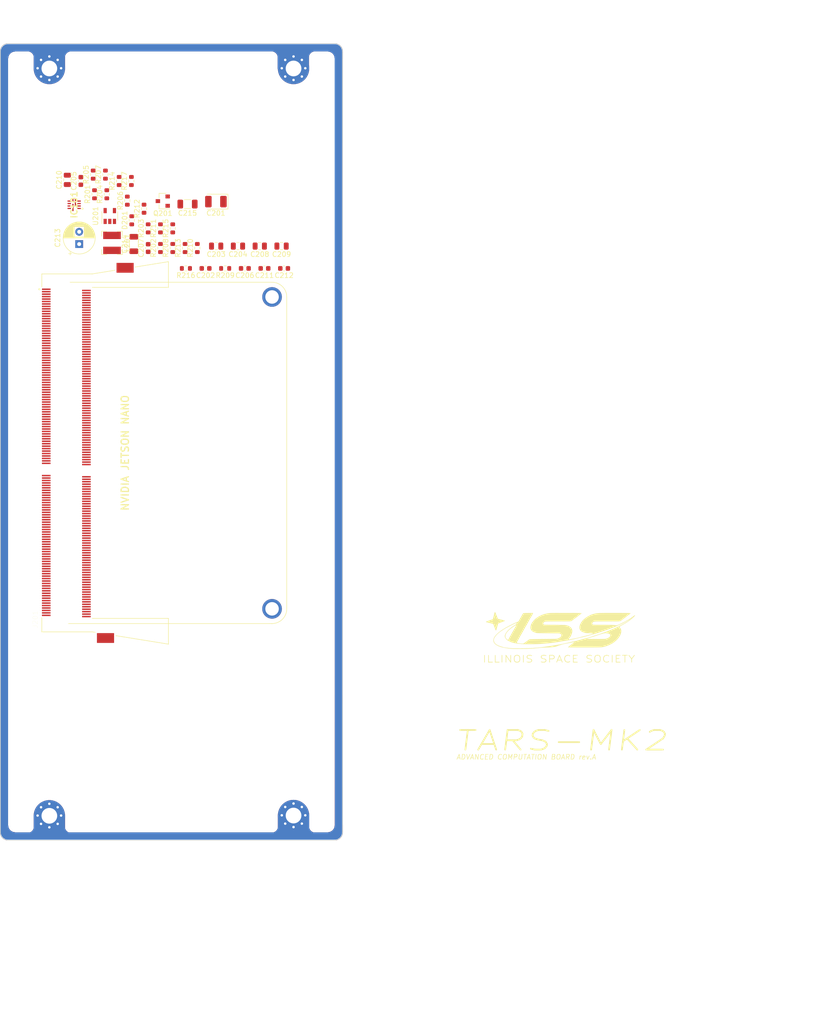
<source format=kicad_pcb>
(kicad_pcb (version 20171130) (host pcbnew 5.1.9-73d0e3b20d~88~ubuntu20.04.1)
  (layers (0 F.Cu signal) (31 B.Cu signal) (34 B.Paste user) (35 F.Paste user) (36 B.SilkS user) (37 F.SilkS user) (38 B.Mask user) (39 F.Mask user) (44 Edge.Cuts user))
  (net 0 "")
  (net 1 GND)
  (net 2 /VDD_5V_IN)
  (net 3 "Net-(C205-Pad1)")
  (net 4 "Net-(C206-Pad2)")
  (net 5 "Net-(C206-Pad1)")
  (net 6 "Net-(C207-Pad2)")
  (net 7 "Net-(C207-Pad1)")
  (net 8 /VDD_3V3_SYS)
  (net 9 /VDD_1V8)
  (net 10 "Net-(D201-Pad1)")
  (net 11 /3V3_IO_PG)
  (net 12 "Net-(IC101-Pad10)")
  (net 13 "Net-(IC101-Pad7)")
  (net 14 /PWR_BTN)
  (net 15 /SYS_RST)
  (net 16 /UART2_RXD)
  (net 17 /POWER_EN)
  (net 18 /UART2_TXD)
  (net 19 "Net-(J201-Pad235)")
  (net 20 /I2C2_SDA)
  (net 21 /SHUTDOWN_REQ)
  (net 22 /I2C2_SCL)
  (net 23 "Net-(J201-Pad230)")
  (net 24 "Net-(J201-Pad229)")
  (net 25 "Net-(J201-Pad228)")
  (net 26 "Net-(J201-Pad227)")
  (net 27 "Net-(J201-Pad226)")
  (net 28 "Net-(J201-Pad225)")
  (net 29 "Net-(J201-Pad224)")
  (net 30 "Net-(J201-Pad223)")
  (net 31 "Net-(J201-Pad222)")
  (net 32 "Net-(J201-Pad221)")
  (net 33 "Net-(J201-Pad220)")
  (net 34 "Net-(J201-Pad219)")
  (net 35 "Net-(J201-Pad218)")
  (net 36 "Net-(J201-Pad216)")
  (net 37 /CAM_I2C_SDA)
  (net 38 /FORCE_RECOVERY)
  (net 39 /CAM_I2C_SCL)
  (net 40 "Net-(J201-Pad212)")
  (net 41 "Net-(J201-Pad211)")
  (net 42 "Net-(J201-Pad210)")
  (net 43 /UART1_CTS)
  (net 44 "Net-(J201-Pad208)")
  (net 45 /UART1_RTS)
  (net 46 "Net-(J201-Pad206)")
  (net 47 /UART1_RXD)
  (net 48 "Net-(J201-Pad204)")
  (net 49 /UART1_TXD)
  (net 50 "Net-(J201-Pad202)")
  (net 51 "Net-(J201-Pad199)")
  (net 52 "Net-(J201-Pad198)")
  (net 53 "Net-(J201-Pad197)")
  (net 54 "Net-(J201-Pad196)")
  (net 55 "Net-(J201-Pad195)")
  (net 56 "Net-(J201-Pad194)")
  (net 57 "Net-(J201-Pad193)")
  (net 58 "Net-(J201-Pad192)")
  (net 59 /I2C1_SDA)
  (net 60 "Net-(J201-Pad190)")
  (net 61 /I2C1_SCL)
  (net 62 "Net-(J201-Pad188)")
  (net 63 /I2C0_SDA)
  (net 64 "Net-(J201-Pad186)")
  (net 65 /I2C0_SCL)
  (net 66 "Net-(J201-Pad184)")
  (net 67 "Net-(J201-Pad183)")
  (net 68 "Net-(J201-Pad182)")
  (net 69 "Net-(J201-Pad181)")
  (net 70 "Net-(J201-Pad180)")
  (net 71 "Net-(J201-Pad179)")
  (net 72 /MOD_SLEEP)
  (net 73 "Net-(J201-Pad175)")
  (net 74 "Net-(J201-Pad174)")
  (net 75 "Net-(J201-Pad173)")
  (net 76 "Net-(J201-Pad172)")
  (net 77 "Net-(J201-Pad169)")
  (net 78 "Net-(J201-Pad168)")
  (net 79 "Net-(J201-Pad167)")
  (net 80 "Net-(J201-Pad166)")
  (net 81 "Net-(J201-Pad163)")
  (net 82 "Net-(J201-Pad162)")
  (net 83 "Net-(J201-Pad161)")
  (net 84 "Net-(J201-Pad160)")
  (net 85 "Net-(J201-Pad157)")
  (net 86 "Net-(J201-Pad156)")
  (net 87 "Net-(J201-Pad155)")
  (net 88 "Net-(J201-Pad154)")
  (net 89 "Net-(J201-Pad151)")
  (net 90 "Net-(J201-Pad150)")
  (net 91 "Net-(J201-Pad149)")
  (net 92 "Net-(J201-Pad148)")
  (net 93 "Net-(J201-Pad145)")
  (net 94 "Net-(J201-Pad143)")
  (net 95 "Net-(J201-Pad142)")
  (net 96 "Net-(J201-Pad140)")
  (net 97 "Net-(J201-Pad139)")
  (net 98 "Net-(J201-Pad137)")
  (net 99 "Net-(J201-Pad136)")
  (net 100 "Net-(J201-Pad134)")
  (net 101 "Net-(J201-Pad133)")
  (net 102 "Net-(J201-Pad131)")
  (net 103 "Net-(J201-Pad130)")
  (net 104 "Net-(J201-Pad128)")
  (net 105 /PWR_LED_CTRL)
  (net 106 "Net-(J201-Pad126)")
  (net 107 "Net-(J201-Pad124)")
  (net 108 "Net-(J201-Pad123)")
  (net 109 "Net-(J201-Pad122)")
  (net 110 "Net-(J201-Pad121)")
  (net 111 "Net-(J201-Pad120)")
  (net 112 "Net-(J201-Pad118)")
  (net 113 "Net-(J201-Pad117)")
  (net 114 "Net-(J201-Pad116)")
  (net 115 "Net-(J201-Pad115)")
  (net 116 "Net-(J201-Pad114)")
  (net 117 /SPI0_CS1)
  (net 118 "Net-(J201-Pad111)")
  (net 119 /SPI0_CS0)
  (net 120 "Net-(J201-Pad109)")
  (net 121 /SPI0_MISO)
  (net 122 /SPI0_SCK)
  (net 123 /UART0_CTS)
  (net 124 /SPI0_MOSI)
  (net 125 /UART0_RTS)
  (net 126 /UART0_RXD)
  (net 127 "Net-(J201-Pad100)")
  (net 128 /UART0_TXD)
  (net 129 "Net-(J201-Pad98)")
  (net 130 "Net-(J201-Pad96)")
  (net 131 "Net-(J201-Pad94)")
  (net 132 "Net-(J201-Pad92)")
  (net 133 "Net-(J201-Pad90)")
  (net 134 "Net-(J201-Pad88)")
  (net 135 "Net-(J201-Pad87)")
  (net 136 "Net-(J201-Pad84)")
  (net 137 "Net-(J201-Pad83)")
  (net 138 "Net-(J201-Pad82)")
  (net 139 "Net-(J201-Pad81)")
  (net 140 "Net-(J201-Pad78)")
  (net 141 "Net-(J201-Pad77)")
  (net 142 "Net-(J201-Pad76)")
  (net 143 "Net-(J201-Pad75)")
  (net 144 "Net-(J201-Pad72)")
  (net 145 "Net-(J201-Pad71)")
  (net 146 "Net-(J201-Pad70)")
  (net 147 "Net-(J201-Pad69)")
  (net 148 "Net-(J201-Pad66)")
  (net 149 "Net-(J201-Pad65)")
  (net 150 "Net-(J201-Pad64)")
  (net 151 "Net-(J201-Pad63)")
  (net 152 "Net-(J201-Pad60)")
  (net 153 "Net-(J201-Pad59)")
  (net 154 "Net-(J201-Pad58)")
  (net 155 "Net-(J201-Pad57)")
  (net 156 "Net-(J201-Pad54)")
  (net 157 "Net-(J201-Pad53)")
  (net 158 "Net-(J201-Pad52)")
  (net 159 "Net-(J201-Pad51)")
  (net 160 "Net-(J201-Pad48)")
  (net 161 "Net-(J201-Pad47)")
  (net 162 "Net-(J201-Pad46)")
  (net 163 "Net-(J201-Pad45)")
  (net 164 "Net-(J201-Pad42)")
  (net 165 "Net-(J201-Pad41)")
  (net 166 "Net-(J201-Pad40)")
  (net 167 "Net-(J201-Pad39)")
  (net 168 "Net-(J201-Pad36)")
  (net 169 "Net-(J201-Pad35)")
  (net 170 "Net-(J201-Pad34)")
  (net 171 "Net-(J201-Pad33)")
  (net 172 "Net-(J201-Pad30)")
  (net 173 "Net-(J201-Pad29)")
  (net 174 "Net-(J201-Pad28)")
  (net 175 "Net-(J201-Pad27)")
  (net 176 "Net-(J201-Pad24)")
  (net 177 "Net-(J201-Pad23)")
  (net 178 "Net-(J201-Pad22)")
  (net 179 "Net-(J201-Pad21)")
  (net 180 "Net-(J201-Pad18)")
  (net 181 "Net-(J201-Pad17)")
  (net 182 "Net-(J201-Pad16)")
  (net 183 "Net-(J201-Pad15)")
  (net 184 "Net-(J201-Pad12)")
  (net 185 "Net-(J201-Pad11)")
  (net 186 "Net-(J201-Pad10)")
  (net 187 "Net-(J201-Pad9)")
  (net 188 "Net-(J201-Pad6)")
  (net 189 "Net-(J201-Pad5)")
  (net 190 "Net-(J201-Pad4)")
  (net 191 "Net-(J201-Pad3)")
  (net 192 "Net-(Q201-Pad3)")
  (net 193 "Net-(Q201-Pad1)")
  (net 194 "Net-(R204-Pad2)")
  (net 195 "Net-(U201-Pad4)")
  (module ISS_LOGO:ISS_LOGOV2_smaller (layer F.Cu) (at 287.83 188.37)
    (fp_text reference G*** hide)
    (fp_text value LOGO hide)
  )
  (module Jetson_Nano:Jetson_Nano (layer F.Cu) (at 186.565 155.245 90)
    (fp_text reference J201 (at -30.48 -6.35 90) (layer F.SilkS) (effects (font (thickness 0.015))))
    (fp_text value 2309413-1)
    (fp_text user "NVIDIA JETSON NANO" (at 3.5 12 90) (layer F.SilkS) (effects (font (size 1.5 1.5) (thickness 0.25))))
    (pad "" np_thru_hole circle (at 35.3 42 90) (size 4 4) (drill 2.75) (layers *.Cu *.Mask))
    (pad "" np_thru_hole circle (at -28.3 42 90) (size 4 4) (drill 2.75) (layers *.Cu *.Mask))
    (pad S1 smd rect (at 41.25 12 90) (size 2 3.5) (layers F.Cu F.Paste F.Mask) (net 1 GND))
    (pad S2 smd rect (at -34.25 8 90) (size 2 3.5) (layers F.Cu F.Paste F.Mask) (net 1 GND))
    (pad None np_thru_hole circle (at -30.9 0 90) (size 1.15 1.15) (drill 1.15) (layers *.Cu *.Mask))
    (pad None np_thru_hole circle (at 37.9 0 90) (size 1.65 1.65) (drill 1.65) (layers *.Cu *.Mask))
    (pad 260 smd rect (at -29.875 4.1 90) (size 0.3 1.75) (layers F.Cu F.Paste F.Mask) (net 2 /VDD_5V_IN))
    (pad 259 smd rect (at -29.625 -4.1 90) (size 0.3 1.75) (layers F.Cu F.Paste F.Mask) (net 2 /VDD_5V_IN))
    (pad 258 smd rect (at -29.375 4.1 90) (size 0.3 1.75) (layers F.Cu F.Paste F.Mask) (net 2 /VDD_5V_IN))
    (pad 257 smd rect (at -29.125 -4.1 90) (size 0.3 1.75) (layers F.Cu F.Paste F.Mask) (net 2 /VDD_5V_IN))
    (pad 256 smd rect (at -28.875 4.1 90) (size 0.3 1.75) (layers F.Cu F.Paste F.Mask) (net 2 /VDD_5V_IN))
    (pad 255 smd rect (at -28.625 -4.1 90) (size 0.3 1.75) (layers F.Cu F.Paste F.Mask) (net 2 /VDD_5V_IN))
    (pad 254 smd rect (at -28.375 4.1 90) (size 0.3 1.75) (layers F.Cu F.Paste F.Mask) (net 2 /VDD_5V_IN))
    (pad 253 smd rect (at -28.125 -4.1 90) (size 0.3 1.75) (layers F.Cu F.Paste F.Mask) (net 2 /VDD_5V_IN))
    (pad 252 smd rect (at -27.875 4.1 90) (size 0.3 1.75) (layers F.Cu F.Paste F.Mask) (net 2 /VDD_5V_IN))
    (pad 251 smd rect (at -27.625 -4.1 90) (size 0.3 1.75) (layers F.Cu F.Paste F.Mask) (net 2 /VDD_5V_IN))
    (pad 250 smd rect (at -27.375 4.1 90) (size 0.3 1.75) (layers F.Cu F.Paste F.Mask) (net 1 GND))
    (pad 249 smd rect (at -27.125 -4.1 90) (size 0.3 1.75) (layers F.Cu F.Paste F.Mask) (net 1 GND))
    (pad 248 smd rect (at -26.875 4.1 90) (size 0.3 1.75) (layers F.Cu F.Paste F.Mask) (net 1 GND))
    (pad 247 smd rect (at -26.625 -4.1 90) (size 0.3 1.75) (layers F.Cu F.Paste F.Mask) (net 1 GND))
    (pad 246 smd rect (at -26.375 4.1 90) (size 0.3 1.75) (layers F.Cu F.Paste F.Mask) (net 1 GND))
    (pad 245 smd rect (at -26.125 -4.1 90) (size 0.3 1.75) (layers F.Cu F.Paste F.Mask) (net 1 GND))
    (pad 244 smd rect (at -25.875 4.1 90) (size 0.3 1.75) (layers F.Cu F.Paste F.Mask) (net 1 GND))
    (pad 243 smd rect (at -25.625 -4.1 90) (size 0.3 1.75) (layers F.Cu F.Paste F.Mask) (net 1 GND))
    (pad 242 smd rect (at -25.375 4.1 90) (size 0.3 1.75) (layers F.Cu F.Paste F.Mask) (net 1 GND))
    (pad 241 smd rect (at -25.125 -4.1 90) (size 0.3 1.75) (layers F.Cu F.Paste F.Mask) (net 1 GND))
    (pad 240 smd rect (at -24.875 4.1 90) (size 0.3 1.75) (layers F.Cu F.Paste F.Mask) (net 14 /PWR_BTN))
    (pad 239 smd rect (at -24.625 -4.1 90) (size 0.3 1.75) (layers F.Cu F.Paste F.Mask) (net 15 /SYS_RST))
    (pad 238 smd rect (at -24.375 4.1 90) (size 0.3 1.75) (layers F.Cu F.Paste F.Mask) (net 16 /UART2_RXD))
    (pad 237 smd rect (at -24.125 -4.1 90) (size 0.3 1.75) (layers F.Cu F.Paste F.Mask) (net 17 /POWER_EN))
    (pad 236 smd rect (at -23.875 4.1 90) (size 0.3 1.75) (layers F.Cu F.Paste F.Mask) (net 18 /UART2_TXD))
    (pad 235 smd rect (at -23.625 -4.1 90) (size 0.3 1.75) (layers F.Cu F.Paste F.Mask) (net 19 "Net-(J201-Pad235)"))
    (pad 234 smd rect (at -23.375 4.1 90) (size 0.3 1.75) (layers F.Cu F.Paste F.Mask) (net 20 /I2C2_SDA))
    (pad 233 smd rect (at -23.125 -4.1 90) (size 0.3 1.75) (layers F.Cu F.Paste F.Mask) (net 21 /SHUTDOWN_REQ))
    (pad 232 smd rect (at -22.875 4.1 90) (size 0.3 1.75) (layers F.Cu F.Paste F.Mask) (net 22 /I2C2_SCL))
    (pad 231 smd rect (at -22.625 -4.1 90) (size 0.3 1.75) (layers F.Cu F.Paste F.Mask) (net 1 GND))
    (pad 230 smd rect (at -22.375 4.1 90) (size 0.3 1.75) (layers F.Cu F.Paste F.Mask) (net 23 "Net-(J201-Pad230)"))
    (pad 229 smd rect (at -22.125 -4.1 90) (size 0.3 1.75) (layers F.Cu F.Paste F.Mask) (net 24 "Net-(J201-Pad229)"))
    (pad 228 smd rect (at -21.875 4.1 90) (size 0.3 1.75) (layers F.Cu F.Paste F.Mask) (net 25 "Net-(J201-Pad228)"))
    (pad 227 smd rect (at -21.625 -4.1 90) (size 0.3 1.75) (layers F.Cu F.Paste F.Mask) (net 26 "Net-(J201-Pad227)"))
    (pad 226 smd rect (at -21.375 4.1 90) (size 0.3 1.75) (layers F.Cu F.Paste F.Mask) (net 27 "Net-(J201-Pad226)"))
    (pad 225 smd rect (at -21.125 -4.1 90) (size 0.3 1.75) (layers F.Cu F.Paste F.Mask) (net 28 "Net-(J201-Pad225)"))
    (pad 224 smd rect (at -20.875 4.1 90) (size 0.3 1.75) (layers F.Cu F.Paste F.Mask) (net 29 "Net-(J201-Pad224)"))
    (pad 223 smd rect (at -20.625 -4.1 90) (size 0.3 1.75) (layers F.Cu F.Paste F.Mask) (net 30 "Net-(J201-Pad223)"))
    (pad 222 smd rect (at -20.375 4.1 90) (size 0.3 1.75) (layers F.Cu F.Paste F.Mask) (net 31 "Net-(J201-Pad222)"))
    (pad 221 smd rect (at -20.125 -4.1 90) (size 0.3 1.75) (layers F.Cu F.Paste F.Mask) (net 32 "Net-(J201-Pad221)"))
    (pad 220 smd rect (at -19.875 4.1 90) (size 0.3 1.75) (layers F.Cu F.Paste F.Mask) (net 33 "Net-(J201-Pad220)"))
    (pad 219 smd rect (at -19.625 -4.1 90) (size 0.3 1.75) (layers F.Cu F.Paste F.Mask) (net 34 "Net-(J201-Pad219)"))
    (pad 218 smd rect (at -19.375 4.1 90) (size 0.3 1.75) (layers F.Cu F.Paste F.Mask) (net 35 "Net-(J201-Pad218)"))
    (pad 217 smd rect (at -19.125 -4.1 90) (size 0.3 1.75) (layers F.Cu F.Paste F.Mask) (net 1 GND))
    (pad 216 smd rect (at -18.875 4.1 90) (size 0.3 1.75) (layers F.Cu F.Paste F.Mask) (net 36 "Net-(J201-Pad216)"))
    (pad 215 smd rect (at -18.625 -4.1 90) (size 0.3 1.75) (layers F.Cu F.Paste F.Mask) (net 37 /CAM_I2C_SDA))
    (pad 214 smd rect (at -18.375 4.1 90) (size 0.3 1.75) (layers F.Cu F.Paste F.Mask) (net 38 /FORCE_RECOVERY))
    (pad 213 smd rect (at -18.125 -4.1 90) (size 0.3 1.75) (layers F.Cu F.Paste F.Mask) (net 39 /CAM_I2C_SCL))
    (pad 212 smd rect (at -17.875 4.1 90) (size 0.3 1.75) (layers F.Cu F.Paste F.Mask) (net 40 "Net-(J201-Pad212)"))
    (pad 211 smd rect (at -17.625 -4.1 90) (size 0.3 1.75) (layers F.Cu F.Paste F.Mask) (net 41 "Net-(J201-Pad211)"))
    (pad 210 smd rect (at -17.375 4.1 90) (size 0.3 1.75) (layers F.Cu F.Paste F.Mask) (net 42 "Net-(J201-Pad210)"))
    (pad 209 smd rect (at -17.125 -4.1 90) (size 0.3 1.75) (layers F.Cu F.Paste F.Mask) (net 43 /UART1_CTS))
    (pad 208 smd rect (at -16.875 4.1 90) (size 0.3 1.75) (layers F.Cu F.Paste F.Mask) (net 44 "Net-(J201-Pad208)"))
    (pad 207 smd rect (at -16.625 -4.1 90) (size 0.3 1.75) (layers F.Cu F.Paste F.Mask) (net 45 /UART1_RTS))
    (pad 206 smd rect (at -16.375 4.1 90) (size 0.3 1.75) (layers F.Cu F.Paste F.Mask) (net 46 "Net-(J201-Pad206)"))
    (pad 205 smd rect (at -16.125 -4.1 90) (size 0.3 1.75) (layers F.Cu F.Paste F.Mask) (net 47 /UART1_RXD))
    (pad 204 smd rect (at -15.875 4.1 90) (size 0.3 1.75) (layers F.Cu F.Paste F.Mask) (net 48 "Net-(J201-Pad204)"))
    (pad 203 smd rect (at -15.625 -4.1 90) (size 0.3 1.75) (layers F.Cu F.Paste F.Mask) (net 49 /UART1_TXD))
    (pad 202 smd rect (at -15.375 4.1 90) (size 0.3 1.75) (layers F.Cu F.Paste F.Mask) (net 50 "Net-(J201-Pad202)"))
    (pad 201 smd rect (at -15.125 -4.1 90) (size 0.3 1.75) (layers F.Cu F.Paste F.Mask) (net 1 GND))
    (pad 200 smd rect (at -14.875 4.1 90) (size 0.3 1.75) (layers F.Cu F.Paste F.Mask) (net 1 GND))
    (pad 199 smd rect (at -14.625 -4.1 90) (size 0.3 1.75) (layers F.Cu F.Paste F.Mask) (net 51 "Net-(J201-Pad199)"))
    (pad 198 smd rect (at -14.375 4.1 90) (size 0.3 1.75) (layers F.Cu F.Paste F.Mask) (net 52 "Net-(J201-Pad198)"))
    (pad 197 smd rect (at -14.125 -4.1 90) (size 0.3 1.75) (layers F.Cu F.Paste F.Mask) (net 53 "Net-(J201-Pad197)"))
    (pad 196 smd rect (at -13.875 4.1 90) (size 0.3 1.75) (layers F.Cu F.Paste F.Mask) (net 54 "Net-(J201-Pad196)"))
    (pad 195 smd rect (at -13.625 -4.1 90) (size 0.3 1.75) (layers F.Cu F.Paste F.Mask) (net 55 "Net-(J201-Pad195)"))
    (pad 194 smd rect (at -13.375 4.1 90) (size 0.3 1.75) (layers F.Cu F.Paste F.Mask) (net 56 "Net-(J201-Pad194)"))
    (pad 193 smd rect (at -13.125 -4.1 90) (size 0.3 1.75) (layers F.Cu F.Paste F.Mask) (net 57 "Net-(J201-Pad193)"))
    (pad 192 smd rect (at -12.875 4.1 90) (size 0.3 1.75) (layers F.Cu F.Paste F.Mask) (net 58 "Net-(J201-Pad192)"))
    (pad 191 smd rect (at -12.625 -4.1 90) (size 0.3 1.75) (layers F.Cu F.Paste F.Mask) (net 59 /I2C1_SDA))
    (pad 190 smd rect (at -12.375 4.1 90) (size 0.3 1.75) (layers F.Cu F.Paste F.Mask) (net 60 "Net-(J201-Pad190)"))
    (pad 189 smd rect (at -12.125 -4.1 90) (size 0.3 1.75) (layers F.Cu F.Paste F.Mask) (net 61 /I2C1_SCL))
    (pad 188 smd rect (at -11.875 4.1 90) (size 0.3 1.75) (layers F.Cu F.Paste F.Mask) (net 62 "Net-(J201-Pad188)"))
    (pad 187 smd rect (at -11.625 -4.1 90) (size 0.3 1.75) (layers F.Cu F.Paste F.Mask) (net 63 /I2C0_SDA))
    (pad 186 smd rect (at -11.375 4.1 90) (size 0.3 1.75) (layers F.Cu F.Paste F.Mask) (net 64 "Net-(J201-Pad186)"))
    (pad 185 smd rect (at -11.125 -4.1 90) (size 0.3 1.75) (layers F.Cu F.Paste F.Mask) (net 65 /I2C0_SCL))
    (pad 184 smd rect (at -10.875 4.1 90) (size 0.3 1.75) (layers F.Cu F.Paste F.Mask) (net 66 "Net-(J201-Pad184)"))
    (pad 183 smd rect (at -10.625 -4.1 90) (size 0.3 1.75) (layers F.Cu F.Paste F.Mask) (net 67 "Net-(J201-Pad183)"))
    (pad 182 smd rect (at -10.375 4.1 90) (size 0.3 1.75) (layers F.Cu F.Paste F.Mask) (net 68 "Net-(J201-Pad182)"))
    (pad 181 smd rect (at -10.125 -4.1 90) (size 0.3 1.75) (layers F.Cu F.Paste F.Mask) (net 69 "Net-(J201-Pad181)"))
    (pad 180 smd rect (at -9.875 4.1 90) (size 0.3 1.75) (layers F.Cu F.Paste F.Mask) (net 70 "Net-(J201-Pad180)"))
    (pad 179 smd rect (at -9.625 -4.1 90) (size 0.3 1.75) (layers F.Cu F.Paste F.Mask) (net 71 "Net-(J201-Pad179)"))
    (pad 178 smd rect (at -9.375 4.1 90) (size 0.3 1.75) (layers F.Cu F.Paste F.Mask) (net 72 /MOD_SLEEP))
    (pad 177 smd rect (at -9.125 -4.1 90) (size 0.3 1.75) (layers F.Cu F.Paste F.Mask) (net 1 GND))
    (pad 176 smd rect (at -8.875 4.1 90) (size 0.3 1.75) (layers F.Cu F.Paste F.Mask) (net 1 GND))
    (pad 175 smd rect (at -8.625 -4.1 90) (size 0.3 1.75) (layers F.Cu F.Paste F.Mask) (net 73 "Net-(J201-Pad175)"))
    (pad 174 smd rect (at -8.375 4.1 90) (size 0.3 1.75) (layers F.Cu F.Paste F.Mask) (net 74 "Net-(J201-Pad174)"))
    (pad 173 smd rect (at -8.125 -4.1 90) (size 0.3 1.75) (layers F.Cu F.Paste F.Mask) (net 75 "Net-(J201-Pad173)"))
    (pad 172 smd rect (at -7.875 4.1 90) (size 0.3 1.75) (layers F.Cu F.Paste F.Mask) (net 76 "Net-(J201-Pad172)"))
    (pad 171 smd rect (at -7.625 -4.1 90) (size 0.3 1.75) (layers F.Cu F.Paste F.Mask) (net 1 GND))
    (pad 170 smd rect (at -7.375 4.1 90) (size 0.3 1.75) (layers F.Cu F.Paste F.Mask) (net 1 GND))
    (pad 169 smd rect (at -7.125 -4.1 90) (size 0.3 1.75) (layers F.Cu F.Paste F.Mask) (net 77 "Net-(J201-Pad169)"))
    (pad 168 smd rect (at -6.875 4.1 90) (size 0.3 1.75) (layers F.Cu F.Paste F.Mask) (net 78 "Net-(J201-Pad168)"))
    (pad 167 smd rect (at -6.625 -4.1 90) (size 0.3 1.75) (layers F.Cu F.Paste F.Mask) (net 79 "Net-(J201-Pad167)"))
    (pad 166 smd rect (at -6.375 4.1 90) (size 0.3 1.75) (layers F.Cu F.Paste F.Mask) (net 80 "Net-(J201-Pad166)"))
    (pad 165 smd rect (at -6.125 -4.1 90) (size 0.3 1.75) (layers F.Cu F.Paste F.Mask) (net 1 GND))
    (pad 164 smd rect (at -5.875 4.1 90) (size 0.3 1.75) (layers F.Cu F.Paste F.Mask) (net 1 GND))
    (pad 163 smd rect (at -5.625 -4.1 90) (size 0.3 1.75) (layers F.Cu F.Paste F.Mask) (net 81 "Net-(J201-Pad163)"))
    (pad 162 smd rect (at -5.375 4.1 90) (size 0.3 1.75) (layers F.Cu F.Paste F.Mask) (net 82 "Net-(J201-Pad162)"))
    (pad 161 smd rect (at -5.125 -4.1 90) (size 0.3 1.75) (layers F.Cu F.Paste F.Mask) (net 83 "Net-(J201-Pad161)"))
    (pad 160 smd rect (at -4.875 4.1 90) (size 0.3 1.75) (layers F.Cu F.Paste F.Mask) (net 84 "Net-(J201-Pad160)"))
    (pad 159 smd rect (at -4.625 -4.1 90) (size 0.3 1.75) (layers F.Cu F.Paste F.Mask) (net 1 GND))
    (pad 158 smd rect (at -4.375 4.1 90) (size 0.3 1.75) (layers F.Cu F.Paste F.Mask) (net 1 GND))
    (pad 157 smd rect (at -4.125 -4.1 90) (size 0.3 1.75) (layers F.Cu F.Paste F.Mask) (net 85 "Net-(J201-Pad157)"))
    (pad 156 smd rect (at -3.875 4.1 90) (size 0.3 1.75) (layers F.Cu F.Paste F.Mask) (net 86 "Net-(J201-Pad156)"))
    (pad 155 smd rect (at -3.625 -4.1 90) (size 0.3 1.75) (layers F.Cu F.Paste F.Mask) (net 87 "Net-(J201-Pad155)"))
    (pad 154 smd rect (at -3.375 4.1 90) (size 0.3 1.75) (layers F.Cu F.Paste F.Mask) (net 88 "Net-(J201-Pad154)"))
    (pad 153 smd rect (at -3.125 -4.1 90) (size 0.3 1.75) (layers F.Cu F.Paste F.Mask) (net 1 GND))
    (pad 152 smd rect (at -2.875 4.1 90) (size 0.3 1.75) (layers F.Cu F.Paste F.Mask) (net 1 GND))
    (pad 151 smd rect (at -2.625 -4.1 90) (size 0.3 1.75) (layers F.Cu F.Paste F.Mask) (net 89 "Net-(J201-Pad151)"))
    (pad 150 smd rect (at -2.375 4.1 90) (size 0.3 1.75) (layers F.Cu F.Paste F.Mask) (net 90 "Net-(J201-Pad150)"))
    (pad 149 smd rect (at -2.125 -4.1 90) (size 0.3 1.75) (layers F.Cu F.Paste F.Mask) (net 91 "Net-(J201-Pad149)"))
    (pad 148 smd rect (at -1.875 4.1 90) (size 0.3 1.75) (layers F.Cu F.Paste F.Mask) (net 92 "Net-(J201-Pad148)"))
    (pad 147 smd rect (at -1.625 -4.1 90) (size 0.3 1.75) (layers F.Cu F.Paste F.Mask) (net 1 GND))
    (pad 146 smd rect (at -1.375 4.1 90) (size 0.3 1.75) (layers F.Cu F.Paste F.Mask) (net 1 GND))
    (pad 145 smd rect (at -1.125 -4.1 90) (size 0.3 1.75) (layers F.Cu F.Paste F.Mask) (net 93 "Net-(J201-Pad145)"))
    (pad 144 smd rect (at 1.125 4.1 90) (size 0.3 1.75) (layers F.Cu F.Paste F.Mask) (net 1 GND))
    (pad 143 smd rect (at 1.375 -4.1 90) (size 0.3 1.75) (layers F.Cu F.Paste F.Mask) (net 94 "Net-(J201-Pad143)"))
    (pad 142 smd rect (at 1.625 4.1 90) (size 0.3 1.75) (layers F.Cu F.Paste F.Mask) (net 95 "Net-(J201-Pad142)"))
    (pad 141 smd rect (at 1.875 -4.1 90) (size 0.3 1.75) (layers F.Cu F.Paste F.Mask) (net 1 GND))
    (pad 140 smd rect (at 2.125 4.1 90) (size 0.3 1.75) (layers F.Cu F.Paste F.Mask) (net 96 "Net-(J201-Pad140)"))
    (pad 139 smd rect (at 2.375 -4.1 90) (size 0.3 1.75) (layers F.Cu F.Paste F.Mask) (net 97 "Net-(J201-Pad139)"))
    (pad 138 smd rect (at 2.625 4.1 90) (size 0.3 1.75) (layers F.Cu F.Paste F.Mask) (net 1 GND))
    (pad 137 smd rect (at 2.875 -4.1 90) (size 0.3 1.75) (layers F.Cu F.Paste F.Mask) (net 98 "Net-(J201-Pad137)"))
    (pad 136 smd rect (at 3.125 4.1 90) (size 0.3 1.75) (layers F.Cu F.Paste F.Mask) (net 99 "Net-(J201-Pad136)"))
    (pad 135 smd rect (at 3.375 -4.1 90) (size 0.3 1.75) (layers F.Cu F.Paste F.Mask) (net 1 GND))
    (pad 134 smd rect (at 3.625 4.1 90) (size 0.3 1.75) (layers F.Cu F.Paste F.Mask) (net 100 "Net-(J201-Pad134)"))
    (pad 133 smd rect (at 3.875 -4.1 90) (size 0.3 1.75) (layers F.Cu F.Paste F.Mask) (net 101 "Net-(J201-Pad133)"))
    (pad 132 smd rect (at 4.125 4.1 90) (size 0.3 1.75) (layers F.Cu F.Paste F.Mask) (net 1 GND))
    (pad 131 smd rect (at 4.375 -4.1 90) (size 0.3 1.75) (layers F.Cu F.Paste F.Mask) (net 102 "Net-(J201-Pad131)"))
    (pad 130 smd rect (at 4.625 4.1 90) (size 0.3 1.75) (layers F.Cu F.Paste F.Mask) (net 103 "Net-(J201-Pad130)"))
    (pad 129 smd rect (at 4.875 -4.1 90) (size 0.3 1.75) (layers F.Cu F.Paste F.Mask) (net 1 GND))
    (pad 128 smd rect (at 5.125 4.1 90) (size 0.3 1.75) (layers F.Cu F.Paste F.Mask) (net 104 "Net-(J201-Pad128)"))
    (pad 127 smd rect (at 5.375 -4.1 90) (size 0.3 1.75) (layers F.Cu F.Paste F.Mask) (net 105 /PWR_LED_CTRL))
    (pad 126 smd rect (at 5.625 4.1 90) (size 0.3 1.75) (layers F.Cu F.Paste F.Mask) (net 106 "Net-(J201-Pad126)"))
    (pad 125 smd rect (at 5.875 -4.1 90) (size 0.3 1.75) (layers F.Cu F.Paste F.Mask) (net 1 GND))
    (pad 124 smd rect (at 6.125 4.1 90) (size 0.3 1.75) (layers F.Cu F.Paste F.Mask) (net 107 "Net-(J201-Pad124)"))
    (pad 123 smd rect (at 6.375 -4.1 90) (size 0.3 1.75) (layers F.Cu F.Paste F.Mask) (net 108 "Net-(J201-Pad123)"))
    (pad 122 smd rect (at 6.625 4.1 90) (size 0.3 1.75) (layers F.Cu F.Paste F.Mask) (net 109 "Net-(J201-Pad122)"))
    (pad 121 smd rect (at 6.875 -4.1 90) (size 0.3 1.75) (layers F.Cu F.Paste F.Mask) (net 110 "Net-(J201-Pad121)"))
    (pad 120 smd rect (at 7.125 4.1 90) (size 0.3 1.75) (layers F.Cu F.Paste F.Mask) (net 111 "Net-(J201-Pad120)"))
    (pad 119 smd rect (at 7.375 -4.1 90) (size 0.3 1.75) (layers F.Cu F.Paste F.Mask) (net 1 GND))
    (pad 118 smd rect (at 7.625 4.1 90) (size 0.3 1.75) (layers F.Cu F.Paste F.Mask) (net 112 "Net-(J201-Pad118)"))
    (pad 117 smd rect (at 7.875 -4.1 90) (size 0.3 1.75) (layers F.Cu F.Paste F.Mask) (net 113 "Net-(J201-Pad117)"))
    (pad 116 smd rect (at 8.125 4.1 90) (size 0.3 1.75) (layers F.Cu F.Paste F.Mask) (net 114 "Net-(J201-Pad116)"))
    (pad 115 smd rect (at 8.375 -4.1 90) (size 0.3 1.75) (layers F.Cu F.Paste F.Mask) (net 115 "Net-(J201-Pad115)"))
    (pad 114 smd rect (at 8.625 4.1 90) (size 0.3 1.75) (layers F.Cu F.Paste F.Mask) (net 116 "Net-(J201-Pad114)"))
    (pad 113 smd rect (at 8.875 -4.1 90) (size 0.3 1.75) (layers F.Cu F.Paste F.Mask) (net 1 GND))
    (pad 112 smd rect (at 9.125 4.1 90) (size 0.3 1.75) (layers F.Cu F.Paste F.Mask) (net 117 /SPI0_CS1))
    (pad 111 smd rect (at 9.375 -4.1 90) (size 0.3 1.75) (layers F.Cu F.Paste F.Mask) (net 118 "Net-(J201-Pad111)"))
    (pad 110 smd rect (at 9.625 4.1 90) (size 0.3 1.75) (layers F.Cu F.Paste F.Mask) (net 119 /SPI0_CS0))
    (pad 109 smd rect (at 9.875 -4.1 90) (size 0.3 1.75) (layers F.Cu F.Paste F.Mask) (net 120 "Net-(J201-Pad109)"))
    (pad 108 smd rect (at 10.125 4.1 90) (size 0.3 1.75) (layers F.Cu F.Paste F.Mask) (net 121 /SPI0_MISO))
    (pad 107 smd rect (at 10.375 -4.1 90) (size 0.3 1.75) (layers F.Cu F.Paste F.Mask) (net 1 GND))
    (pad 106 smd rect (at 10.625 4.1 90) (size 0.3 1.75) (layers F.Cu F.Paste F.Mask) (net 122 /SPI0_SCK))
    (pad 105 smd rect (at 10.875 -4.1 90) (size 0.3 1.75) (layers F.Cu F.Paste F.Mask) (net 123 /UART0_CTS))
    (pad 104 smd rect (at 11.125 4.1 90) (size 0.3 1.75) (layers F.Cu F.Paste F.Mask) (net 124 /SPI0_MOSI))
    (pad 103 smd rect (at 11.375 -4.1 90) (size 0.3 1.75) (layers F.Cu F.Paste F.Mask) (net 125 /UART0_RTS))
    (pad 102 smd rect (at 11.625 4.1 90) (size 0.3 1.75) (layers F.Cu F.Paste F.Mask) (net 1 GND))
    (pad 101 smd rect (at 11.875 -4.1 90) (size 0.3 1.75) (layers F.Cu F.Paste F.Mask) (net 126 /UART0_RXD))
    (pad 100 smd rect (at 12.125 4.1 90) (size 0.3 1.75) (layers F.Cu F.Paste F.Mask) (net 127 "Net-(J201-Pad100)"))
    (pad 99 smd rect (at 12.375 -4.1 90) (size 0.3 1.75) (layers F.Cu F.Paste F.Mask) (net 128 /UART0_TXD))
    (pad 98 smd rect (at 12.625 4.1 90) (size 0.3 1.75) (layers F.Cu F.Paste F.Mask) (net 129 "Net-(J201-Pad98)"))
    (pad 97 smd rect (at 12.875 -4.1 90) (size 0.3 1.75) (layers F.Cu F.Paste F.Mask) (net 117 /SPI0_CS1))
    (pad 96 smd rect (at 13.125 4.1 90) (size 0.3 1.75) (layers F.Cu F.Paste F.Mask) (net 130 "Net-(J201-Pad96)"))
    (pad 95 smd rect (at 13.375 -4.1 90) (size 0.3 1.75) (layers F.Cu F.Paste F.Mask) (net 119 /SPI0_CS0))
    (pad 94 smd rect (at 13.625 4.1 90) (size 0.3 1.75) (layers F.Cu F.Paste F.Mask) (net 131 "Net-(J201-Pad94)"))
    (pad 93 smd rect (at 13.875 -4.1 90) (size 0.3 1.75) (layers F.Cu F.Paste F.Mask) (net 121 /SPI0_MISO))
    (pad 92 smd rect (at 14.125 4.1 90) (size 0.3 1.75) (layers F.Cu F.Paste F.Mask) (net 132 "Net-(J201-Pad92)"))
    (pad 91 smd rect (at 14.375 -4.1 90) (size 0.3 1.75) (layers F.Cu F.Paste F.Mask) (net 122 /SPI0_SCK))
    (pad 90 smd rect (at 14.625 4.1 90) (size 0.3 1.75) (layers F.Cu F.Paste F.Mask) (net 133 "Net-(J201-Pad90)"))
    (pad 89 smd rect (at 14.875 -4.1 90) (size 0.3 1.75) (layers F.Cu F.Paste F.Mask) (net 124 /SPI0_MOSI))
    (pad 88 smd rect (at 15.125 4.1 90) (size 0.3 1.75) (layers F.Cu F.Paste F.Mask) (net 134 "Net-(J201-Pad88)"))
    (pad 87 smd rect (at 15.375 -4.1 90) (size 0.3 1.75) (layers F.Cu F.Paste F.Mask) (net 135 "Net-(J201-Pad87)"))
    (pad 86 smd rect (at 15.625 4.1 90) (size 0.3 1.75) (layers F.Cu F.Paste F.Mask) (net 1 GND))
    (pad 85 smd rect (at 15.875 -4.1 90) (size 0.3 1.75) (layers F.Cu F.Paste F.Mask) (net 1 GND))
    (pad 84 smd rect (at 16.125 4.1 90) (size 0.3 1.75) (layers F.Cu F.Paste F.Mask) (net 136 "Net-(J201-Pad84)"))
    (pad 83 smd rect (at 16.375 -4.1 90) (size 0.3 1.75) (layers F.Cu F.Paste F.Mask) (net 137 "Net-(J201-Pad83)"))
    (pad 82 smd rect (at 16.625 4.1 90) (size 0.3 1.75) (layers F.Cu F.Paste F.Mask) (net 138 "Net-(J201-Pad82)"))
    (pad 81 smd rect (at 16.875 -4.1 90) (size 0.3 1.75) (layers F.Cu F.Paste F.Mask) (net 139 "Net-(J201-Pad81)"))
    (pad 80 smd rect (at 17.125 4.1 90) (size 0.3 1.75) (layers F.Cu F.Paste F.Mask) (net 1 GND))
    (pad 79 smd rect (at 17.375 -4.1 90) (size 0.3 1.75) (layers F.Cu F.Paste F.Mask) (net 1 GND))
    (pad 78 smd rect (at 17.625 4.1 90) (size 0.3 1.75) (layers F.Cu F.Paste F.Mask) (net 140 "Net-(J201-Pad78)"))
    (pad 77 smd rect (at 17.875 -4.1 90) (size 0.3 1.75) (layers F.Cu F.Paste F.Mask) (net 141 "Net-(J201-Pad77)"))
    (pad 76 smd rect (at 18.125 4.1 90) (size 0.3 1.75) (layers F.Cu F.Paste F.Mask) (net 142 "Net-(J201-Pad76)"))
    (pad 75 smd rect (at 18.375 -4.1 90) (size 0.3 1.75) (layers F.Cu F.Paste F.Mask) (net 143 "Net-(J201-Pad75)"))
    (pad 74 smd rect (at 18.625 4.1 90) (size 0.3 1.75) (layers F.Cu F.Paste F.Mask) (net 1 GND))
    (pad 73 smd rect (at 18.875 -4.1 90) (size 0.3 1.75) (layers F.Cu F.Paste F.Mask) (net 1 GND))
    (pad 72 smd rect (at 19.125 4.1 90) (size 0.3 1.75) (layers F.Cu F.Paste F.Mask) (net 144 "Net-(J201-Pad72)"))
    (pad 71 smd rect (at 19.375 -4.1 90) (size 0.3 1.75) (layers F.Cu F.Paste F.Mask) (net 145 "Net-(J201-Pad71)"))
    (pad 70 smd rect (at 19.625 4.1 90) (size 0.3 1.75) (layers F.Cu F.Paste F.Mask) (net 146 "Net-(J201-Pad70)"))
    (pad 69 smd rect (at 19.875 -4.1 90) (size 0.3 1.75) (layers F.Cu F.Paste F.Mask) (net 147 "Net-(J201-Pad69)"))
    (pad 68 smd rect (at 20.125 4.1 90) (size 0.3 1.75) (layers F.Cu F.Paste F.Mask) (net 1 GND))
    (pad 67 smd rect (at 20.375 -4.1 90) (size 0.3 1.75) (layers F.Cu F.Paste F.Mask) (net 1 GND))
    (pad 66 smd rect (at 20.625 4.1 90) (size 0.3 1.75) (layers F.Cu F.Paste F.Mask) (net 148 "Net-(J201-Pad66)"))
    (pad 65 smd rect (at 20.875 -4.1 90) (size 0.3 1.75) (layers F.Cu F.Paste F.Mask) (net 149 "Net-(J201-Pad65)"))
    (pad 64 smd rect (at 21.125 4.1 90) (size 0.3 1.75) (layers F.Cu F.Paste F.Mask) (net 150 "Net-(J201-Pad64)"))
    (pad 63 smd rect (at 21.375 -4.1 90) (size 0.3 1.75) (layers F.Cu F.Paste F.Mask) (net 151 "Net-(J201-Pad63)"))
    (pad 62 smd rect (at 21.625 4.1 90) (size 0.3 1.75) (layers F.Cu F.Paste F.Mask) (net 1 GND))
    (pad 61 smd rect (at 21.875 -4.1 90) (size 0.3 1.75) (layers F.Cu F.Paste F.Mask) (net 1 GND))
    (pad 60 smd rect (at 22.125 4.1 90) (size 0.3 1.75) (layers F.Cu F.Paste F.Mask) (net 152 "Net-(J201-Pad60)"))
    (pad 59 smd rect (at 22.375 -4.1 90) (size 0.3 1.75) (layers F.Cu F.Paste F.Mask) (net 153 "Net-(J201-Pad59)"))
    (pad 58 smd rect (at 22.625 4.1 90) (size 0.3 1.75) (layers F.Cu F.Paste F.Mask) (net 154 "Net-(J201-Pad58)"))
    (pad 57 smd rect (at 22.875 -4.1 90) (size 0.3 1.75) (layers F.Cu F.Paste F.Mask) (net 155 "Net-(J201-Pad57)"))
    (pad 56 smd rect (at 23.125 4.1 90) (size 0.3 1.75) (layers F.Cu F.Paste F.Mask) (net 1 GND))
    (pad 55 smd rect (at 23.375 -4.1 90) (size 0.3 1.75) (layers F.Cu F.Paste F.Mask) (net 1 GND))
    (pad 54 smd rect (at 23.625 4.1 90) (size 0.3 1.75) (layers F.Cu F.Paste F.Mask) (net 156 "Net-(J201-Pad54)"))
    (pad 53 smd rect (at 23.875 -4.1 90) (size 0.3 1.75) (layers F.Cu F.Paste F.Mask) (net 157 "Net-(J201-Pad53)"))
    (pad 52 smd rect (at 24.125 4.1 90) (size 0.3 1.75) (layers F.Cu F.Paste F.Mask) (net 158 "Net-(J201-Pad52)"))
    (pad 51 smd rect (at 24.375 -4.1 90) (size 0.3 1.75) (layers F.Cu F.Paste F.Mask) (net 159 "Net-(J201-Pad51)"))
    (pad 50 smd rect (at 24.625 4.1 90) (size 0.3 1.75) (layers F.Cu F.Paste F.Mask) (net 1 GND))
    (pad 49 smd rect (at 24.875 -4.1 90) (size 0.3 1.75) (layers F.Cu F.Paste F.Mask) (net 1 GND))
    (pad 48 smd rect (at 25.125 4.1 90) (size 0.3 1.75) (layers F.Cu F.Paste F.Mask) (net 160 "Net-(J201-Pad48)"))
    (pad 47 smd rect (at 25.375 -4.1 90) (size 0.3 1.75) (layers F.Cu F.Paste F.Mask) (net 161 "Net-(J201-Pad47)"))
    (pad 46 smd rect (at 25.625 4.1 90) (size 0.3 1.75) (layers F.Cu F.Paste F.Mask) (net 162 "Net-(J201-Pad46)"))
    (pad 45 smd rect (at 25.875 -4.1 90) (size 0.3 1.75) (layers F.Cu F.Paste F.Mask) (net 163 "Net-(J201-Pad45)"))
    (pad 44 smd rect (at 26.125 4.1 90) (size 0.3 1.75) (layers F.Cu F.Paste F.Mask) (net 1 GND))
    (pad 43 smd rect (at 26.375 -4.1 90) (size 0.3 1.75) (layers F.Cu F.Paste F.Mask) (net 1 GND))
    (pad 42 smd rect (at 26.625 4.1 90) (size 0.3 1.75) (layers F.Cu F.Paste F.Mask) (net 164 "Net-(J201-Pad42)"))
    (pad 41 smd rect (at 26.875 -4.1 90) (size 0.3 1.75) (layers F.Cu F.Paste F.Mask) (net 165 "Net-(J201-Pad41)"))
    (pad 40 smd rect (at 27.125 4.1 90) (size 0.3 1.75) (layers F.Cu F.Paste F.Mask) (net 166 "Net-(J201-Pad40)"))
    (pad 39 smd rect (at 27.375 -4.1 90) (size 0.3 1.75) (layers F.Cu F.Paste F.Mask) (net 167 "Net-(J201-Pad39)"))
    (pad 38 smd rect (at 27.625 4.1 90) (size 0.3 1.75) (layers F.Cu F.Paste F.Mask) (net 1 GND))
    (pad 37 smd rect (at 27.875 -4.1 90) (size 0.3 1.75) (layers F.Cu F.Paste F.Mask) (net 1 GND))
    (pad 36 smd rect (at 28.125 4.1 90) (size 0.3 1.75) (layers F.Cu F.Paste F.Mask) (net 168 "Net-(J201-Pad36)"))
    (pad 35 smd rect (at 28.375 -4.1 90) (size 0.3 1.75) (layers F.Cu F.Paste F.Mask) (net 169 "Net-(J201-Pad35)"))
    (pad 34 smd rect (at 28.625 4.1 90) (size 0.3 1.75) (layers F.Cu F.Paste F.Mask) (net 170 "Net-(J201-Pad34)"))
    (pad 33 smd rect (at 28.875 -4.1 90) (size 0.3 1.75) (layers F.Cu F.Paste F.Mask) (net 171 "Net-(J201-Pad33)"))
    (pad 32 smd rect (at 29.125 4.1 90) (size 0.3 1.75) (layers F.Cu F.Paste F.Mask) (net 1 GND))
    (pad 31 smd rect (at 29.375 -4.1 90) (size 0.3 1.75) (layers F.Cu F.Paste F.Mask) (net 1 GND))
    (pad 30 smd rect (at 29.625 4.1 90) (size 0.3 1.75) (layers F.Cu F.Paste F.Mask) (net 172 "Net-(J201-Pad30)"))
    (pad 29 smd rect (at 29.875 -4.1 90) (size 0.3 1.75) (layers F.Cu F.Paste F.Mask) (net 173 "Net-(J201-Pad29)"))
    (pad 28 smd rect (at 30.125 4.1 90) (size 0.3 1.75) (layers F.Cu F.Paste F.Mask) (net 174 "Net-(J201-Pad28)"))
    (pad 27 smd rect (at 30.375 -4.1 90) (size 0.3 1.75) (layers F.Cu F.Paste F.Mask) (net 175 "Net-(J201-Pad27)"))
    (pad 26 smd rect (at 30.625 4.1 90) (size 0.3 1.75) (layers F.Cu F.Paste F.Mask) (net 1 GND))
    (pad 25 smd rect (at 30.875 -4.1 90) (size 0.3 1.75) (layers F.Cu F.Paste F.Mask) (net 1 GND))
    (pad 24 smd rect (at 31.125 4.1 90) (size 0.3 1.75) (layers F.Cu F.Paste F.Mask) (net 176 "Net-(J201-Pad24)"))
    (pad 23 smd rect (at 31.375 -4.1 90) (size 0.3 1.75) (layers F.Cu F.Paste F.Mask) (net 177 "Net-(J201-Pad23)"))
    (pad 22 smd rect (at 31.625 4.1 90) (size 0.3 1.75) (layers F.Cu F.Paste F.Mask) (net 178 "Net-(J201-Pad22)"))
    (pad 21 smd rect (at 31.875 -4.1 90) (size 0.3 1.75) (layers F.Cu F.Paste F.Mask) (net 179 "Net-(J201-Pad21)"))
    (pad 20 smd rect (at 32.125 4.1 90) (size 0.3 1.75) (layers F.Cu F.Paste F.Mask) (net 1 GND))
    (pad 19 smd rect (at 32.375 -4.1 90) (size 0.3 1.75) (layers F.Cu F.Paste F.Mask) (net 1 GND))
    (pad 18 smd rect (at 32.625 4.1 90) (size 0.3 1.75) (layers F.Cu F.Paste F.Mask) (net 180 "Net-(J201-Pad18)"))
    (pad 17 smd rect (at 32.875 -4.1 90) (size 0.3 1.75) (layers F.Cu F.Paste F.Mask) (net 181 "Net-(J201-Pad17)"))
    (pad 16 smd rect (at 33.125 4.1 90) (size 0.3 1.75) (layers F.Cu F.Paste F.Mask) (net 182 "Net-(J201-Pad16)"))
    (pad 15 smd rect (at 33.375 -4.1 90) (size 0.3 1.75) (layers F.Cu F.Paste F.Mask) (net 183 "Net-(J201-Pad15)"))
    (pad 14 smd rect (at 33.625 4.1 90) (size 0.3 1.75) (layers F.Cu F.Paste F.Mask) (net 1 GND))
    (pad 13 smd rect (at 33.875 -4.1 90) (size 0.3 1.75) (layers F.Cu F.Paste F.Mask) (net 1 GND))
    (pad 12 smd rect (at 34.125 4.1 90) (size 0.3 1.75) (layers F.Cu F.Paste F.Mask) (net 184 "Net-(J201-Pad12)"))
    (pad 11 smd rect (at 34.375 -4.1 90) (size 0.3 1.75) (layers F.Cu F.Paste F.Mask) (net 185 "Net-(J201-Pad11)"))
    (pad 10 smd rect (at 34.625 4.1 90) (size 0.3 1.75) (layers F.Cu F.Paste F.Mask) (net 186 "Net-(J201-Pad10)"))
    (pad 9 smd rect (at 34.875 -4.1 90) (size 0.3 1.75) (layers F.Cu F.Paste F.Mask) (net 187 "Net-(J201-Pad9)"))
    (pad 8 smd rect (at 35.125 4.1 90) (size 0.3 1.75) (layers F.Cu F.Paste F.Mask) (net 1 GND))
    (pad 7 smd rect (at 35.375 -4.1 90) (size 0.3 1.75) (layers F.Cu F.Paste F.Mask) (net 1 GND))
    (pad 6 smd rect (at 35.625 4.1 90) (size 0.3 1.75) (layers F.Cu F.Paste F.Mask) (net 188 "Net-(J201-Pad6)"))
    (pad 5 smd rect (at 35.875 -4.1 90) (size 0.3 1.75) (layers F.Cu F.Paste F.Mask) (net 189 "Net-(J201-Pad5)"))
    (pad 4 smd rect (at 36.125 4.1 90) (size 0.3 1.75) (layers F.Cu F.Paste F.Mask) (net 190 "Net-(J201-Pad4)"))
    (pad 3 smd rect (at 36.375 -4.1 90) (size 0.3 1.75) (layers F.Cu F.Paste F.Mask) (net 191 "Net-(J201-Pad3)"))
    (pad 2 smd rect (at 36.625 4.1 90) (size 0.3 1.75) (layers F.Cu F.Paste F.Mask) (net 1 GND))
    (pad 1 smd rect (at 36.875 -4.1 90) (size 0.3 1.75) (layers F.Cu F.Paste F.Mask) (net 1 GND))
  )
  (module Package_TO_SOT_SMD:SOT-23-5 (layer F.Cu) (at 195.44 103.435 90)
    (fp_text reference U201 (at 0 -2.9 90) (layer F.SilkS))
    (fp_text value TLV70018_SOT23-5)
    (pad 5 smd rect (at 1.1 -0.95 90) (size 1.06 0.65) (layers F.Cu F.Paste F.Mask) (net 9 /VDD_1V8))
    (pad 4 smd rect (at 1.1 0.95 90) (size 1.06 0.65) (layers F.Cu F.Paste F.Mask) (net 195 "Net-(U201-Pad4)"))
    (pad 3 smd rect (at -1.1 0.95 90) (size 1.06 0.65) (layers F.Cu F.Paste F.Mask) (net 11 /3V3_IO_PG))
    (pad 2 smd rect (at -1.1 0 90) (size 1.06 0.65) (layers F.Cu F.Paste F.Mask) (net 1 GND))
    (pad 1 smd rect (at -1.1 -0.95 90) (size 1.06 0.65) (layers F.Cu F.Paste F.Mask) (net 8 /VDD_3V3_SYS))
  )
  (module Resistor_SMD:R_0603_1608Metric (layer F.Cu) (at 199.85 96.295 90)
    (fp_text reference R217 (at 0 -1.43 90) (layer F.SilkS))
    (fp_text value 47K)
    (pad 2 smd roundrect (at 0.825 0 90) (size 0.8 0.95) (layers F.Cu F.Paste F.Mask) (net 37 /CAM_I2C_SDA))
    (pad 1 smd roundrect (at -0.825 0 90) (size 0.8 0.95) (layers F.Cu F.Paste F.Mask) (net 8 /VDD_3V3_SYS))
  )
  (module Resistor_SMD:R_0603_1608Metric (layer F.Cu) (at 210.975 114.12 180)
    (fp_text reference R216 (at 0 -1.43) (layer F.SilkS))
    (fp_text value 47K)
    (pad 2 smd roundrect (at 0.825 0 180) (size 0.8 0.95) (layers F.Cu F.Paste F.Mask) (net 39 /CAM_I2C_SCL))
    (pad 1 smd roundrect (at -0.825 0 180) (size 0.8 0.95) (layers F.Cu F.Paste F.Mask) (net 8 /VDD_3V3_SYS))
  )
  (module Resistor_SMD:R_0603_1608Metric (layer F.Cu) (at 208.29 105.955 90)
    (fp_text reference R215 (at 0 -1.43 90) (layer F.SilkS))
    (fp_text value 47K)
    (pad 2 smd roundrect (at 0.825 0 90) (size 0.8 0.95) (layers F.Cu F.Paste F.Mask) (net 59 /I2C1_SDA))
    (pad 1 smd roundrect (at -0.825 0 90) (size 0.8 0.95) (layers F.Cu F.Paste F.Mask) (net 8 /VDD_3V3_SYS))
  )
  (module Resistor_SMD:R_0603_1608Metric (layer F.Cu) (at 197.34 96.295 90)
    (fp_text reference R214 (at 0 -1.43 90) (layer F.SilkS))
    (fp_text value 1.8K)
    (pad 2 smd roundrect (at 0.825 0 90) (size 0.8 0.95) (layers F.Cu F.Paste F.Mask) (net 192 "Net-(Q201-Pad3)"))
    (pad 1 smd roundrect (at -0.825 0 90) (size 0.8 0.95) (layers F.Cu F.Paste F.Mask) (net 10 "Net-(D201-Pad1)"))
  )
  (module Resistor_SMD:R_0603_1608Metric (layer F.Cu) (at 210.8 109.965 90)
    (fp_text reference R213 (at 0 -1.43 90) (layer F.SilkS))
    (fp_text value 47K)
    (pad 2 smd roundrect (at 0.825 0 90) (size 0.8 0.95) (layers F.Cu F.Paste F.Mask) (net 61 /I2C1_SCL))
    (pad 1 smd roundrect (at -0.825 0 90) (size 0.8 0.95) (layers F.Cu F.Paste F.Mask) (net 8 /VDD_3V3_SYS))
  )
  (module Resistor_SMD:R_0603_1608Metric (layer F.Cu) (at 202.43 101.945 90)
    (fp_text reference R212 (at 0 -1.43 90) (layer F.SilkS))
    (fp_text value 0)
    (pad 2 smd roundrect (at 0.825 0 90) (size 0.8 0.95) (layers F.Cu F.Paste F.Mask) (net 193 "Net-(Q201-Pad1)"))
    (pad 1 smd roundrect (at -0.825 0 90) (size 0.8 0.95) (layers F.Cu F.Paste F.Mask) (net 105 /PWR_LED_CTRL))
  )
  (module Resistor_SMD:R_0603_1608Metric (layer F.Cu) (at 205.78 105.955 90)
    (fp_text reference R211 (at 0 -1.43 90) (layer F.SilkS))
    (fp_text value 47K)
    (pad 2 smd roundrect (at 0.825 0 90) (size 0.8 0.95) (layers F.Cu F.Paste F.Mask) (net 63 /I2C0_SDA))
    (pad 1 smd roundrect (at -0.825 0 90) (size 0.8 0.95) (layers F.Cu F.Paste F.Mask) (net 8 /VDD_3V3_SYS))
  )
  (module Resistor_SMD:R_0603_1608Metric (layer F.Cu) (at 213.31 109.965 90)
    (fp_text reference R210 (at 0 -1.43 90) (layer F.SilkS))
    (fp_text value 47K)
    (pad 2 smd roundrect (at 0.825 0 90) (size 0.8 0.95) (layers F.Cu F.Paste F.Mask) (net 65 /I2C0_SCL))
    (pad 1 smd roundrect (at -0.825 0 90) (size 0.8 0.95) (layers F.Cu F.Paste F.Mask) (net 8 /VDD_3V3_SYS))
  )
  (module Resistor_SMD:R_0603_1608Metric (layer F.Cu) (at 218.995 114.12 180)
    (fp_text reference R209 (at 0 -1.43) (layer F.SilkS))
    (fp_text value 10K)
    (pad 2 smd roundrect (at 0.825 0 180) (size 0.8 0.95) (layers F.Cu F.Paste F.Mask) (net 14 /PWR_BTN))
    (pad 1 smd roundrect (at -0.825 0 180) (size 0.8 0.95) (layers F.Cu F.Paste F.Mask) (net 2 /VDD_5V_IN))
  )
  (module Resistor_SMD:R_0603_1608Metric (layer F.Cu) (at 208.29 109.965 90)
    (fp_text reference R208 (at 0 -1.43 90) (layer F.SilkS))
    (fp_text value 8.87K)
    (pad 2 smd roundrect (at 0.825 0 90) (size 0.8 0.95) (layers F.Cu F.Paste F.Mask) (net 1 GND))
    (pad 1 smd roundrect (at -0.825 0 90) (size 0.8 0.95) (layers F.Cu F.Paste F.Mask) (net 194 "Net-(R204-Pad2)"))
  )
  (module Resistor_SMD:R_0603_1608Metric (layer F.Cu) (at 194.55 94.995 90)
    (fp_text reference R207 (at 0 -1.43 90) (layer F.SilkS))
    (fp_text value 40.2K)
    (pad 2 smd roundrect (at 0.825 0 90) (size 0.8 0.95) (layers F.Cu F.Paste F.Mask) (net 194 "Net-(R204-Pad2)"))
    (pad 1 smd roundrect (at -0.825 0 90) (size 0.8 0.95) (layers F.Cu F.Paste F.Mask) (net 6 "Net-(C207-Pad2)"))
  )
  (module Resistor_SMD:R_0603_1608Metric (layer F.Cu) (at 199.02 100.305 90)
    (fp_text reference R206 (at 0 -1.43 90) (layer F.SilkS))
    (fp_text value 0)
    (pad 2 smd roundrect (at 0.825 0 90) (size 0.8 0.95) (layers F.Cu F.Paste F.Mask) (net 6 "Net-(C207-Pad2)"))
    (pad 1 smd roundrect (at -0.825 0 90) (size 0.8 0.95) (layers F.Cu F.Paste F.Mask) (net 8 /VDD_3V3_SYS))
  )
  (module Resistor_SMD:R_0603_1608Metric (layer F.Cu) (at 192.04 94.995 90)
    (fp_text reference R205 (at 0 -1.43 90) (layer F.SilkS))
    (fp_text value 0)
    (pad 2 smd roundrect (at 0.825 0 90) (size 0.8 0.95) (layers F.Cu F.Paste F.Mask) (net 194 "Net-(R204-Pad2)"))
    (pad 1 smd roundrect (at -0.825 0 90) (size 0.8 0.95) (layers F.Cu F.Paste F.Mask) (net 7 "Net-(C207-Pad1)"))
  )
  (module Resistor_SMD:R_0603_1608Metric (layer F.Cu) (at 194.83 99.005 90)
    (fp_text reference R204 (at 0 -1.43 90) (layer F.SilkS))
    (fp_text value 0)
    (pad 2 smd roundrect (at 0.825 0 90) (size 0.8 0.95) (layers F.Cu F.Paste F.Mask) (net 194 "Net-(R204-Pad2)"))
    (pad 1 smd roundrect (at -0.825 0 90) (size 0.8 0.95) (layers F.Cu F.Paste F.Mask) (net 12 "Net-(IC101-Pad10)"))
  )
  (module Resistor_SMD:R_0603_1608Metric (layer F.Cu) (at 203.27 105.955 90)
    (fp_text reference R203 (at 0 -1.43 90) (layer F.SilkS))
    (fp_text value 0)
    (pad 2 smd roundrect (at 0.825 0 90) (size 0.8 0.95) (layers F.Cu F.Paste F.Mask) (net 7 "Net-(C207-Pad1)"))
    (pad 1 smd roundrect (at -0.825 0 90) (size 0.8 0.95) (layers F.Cu F.Paste F.Mask) (net 4 "Net-(C206-Pad2)"))
  )
  (module Resistor_SMD:R_0603_1608Metric (layer F.Cu) (at 205.78 109.965 90)
    (fp_text reference R202 (at 0 -1.43 90) (layer F.SilkS))
    (fp_text value 0)
    (pad 2 smd roundrect (at 0.825 0 90) (size 0.8 0.95) (layers F.Cu F.Paste F.Mask) (net 5 "Net-(C206-Pad1)"))
    (pad 1 smd roundrect (at -0.825 0 90) (size 0.8 0.95) (layers F.Cu F.Paste F.Mask) (net 13 "Net-(IC101-Pad7)"))
  )
  (module Resistor_SMD:R_0603_1608Metric (layer F.Cu) (at 192.32 99.005 90)
    (fp_text reference R201 (at 0 -1.43 90) (layer F.SilkS))
    (fp_text value 10K)
    (pad 2 smd roundrect (at 0.825 0 90) (size 0.8 0.95) (layers F.Cu F.Paste F.Mask) (net 11 /3V3_IO_PG))
    (pad 1 smd roundrect (at -0.825 0 90) (size 0.8 0.95) (layers F.Cu F.Paste F.Mask) (net 8 /VDD_3V3_SYS))
  )
  (module Package_TO_SOT_SMD:SOT-23 (layer F.Cu) (at 206.255 100.4 180)
    (fp_text reference Q201 (at 0 -2.5) (layer F.SilkS))
    (fp_text value DMN2230U)
    (pad 3 smd rect (at 1 0 180) (size 0.9 0.8) (layers F.Cu F.Paste F.Mask) (net 192 "Net-(Q201-Pad3)"))
    (pad 2 smd rect (at -1 0.95 180) (size 0.9 0.8) (layers F.Cu F.Paste F.Mask) (net 1 GND))
    (pad 1 smd rect (at -1 -0.95 180) (size 0.9 0.8) (layers F.Cu F.Paste F.Mask) (net 193 "Net-(Q201-Pad1)"))
  )
  (module Inductor_SMD:L_Bourns-SRN4018 (layer F.Cu) (at 195.89 108.915 90)
    (fp_text reference L201 (at 0 3.1 90) (layer F.SilkS))
    (fp_text value 2.2uH)
    (pad 2 smd rect (at 1.525 0 90) (size 1.5 3.6) (layers F.Cu F.Paste F.Mask) (net 8 /VDD_3V3_SYS))
    (pad 1 smd rect (at -1.525 0 90) (size 1.5 3.6) (layers F.Cu F.Paste F.Mask) (net 4 "Net-(C206-Pad2)"))
  )
  (module Jetson_Nano:MP2384GGP (layer F.Cu) (at 188.165 101.14 90)
    (fp_text reference IC101 (at 0 0 90) (layer F.SilkS) (effects (font (size 1.27 1.27) (thickness 0.254))))
    (fp_text value MP2384GG-P hide)
    (pad 11 smd rect (at -0.75 -1 90) (size 0.25 0.7) (layers F.Cu F.Paste F.Mask) (net 11 /3V3_IO_PG))
    (pad 10 smd rect (at -0.25 -1 90) (size 0.25 0.7) (layers F.Cu F.Paste F.Mask) (net 12 "Net-(IC101-Pad10)"))
    (pad 9 smd rect (at 0.25 -1 90) (size 0.25 0.7) (layers F.Cu F.Paste F.Mask) (net 1 GND))
    (pad 8 smd rect (at 0.75 -1 90) (size 0.25 0.7) (layers F.Cu F.Paste F.Mask) (net 3 "Net-(C205-Pad1)"))
    (pad 7 smd rect (at 0.95 -0.25 180) (size 0.25 0.7) (layers F.Cu F.Paste F.Mask) (net 13 "Net-(IC101-Pad7)"))
    (pad 6 smd rect (at 0.55 0.25 180) (size 0.25 1.5) (layers F.Cu F.Paste F.Mask) (net 4 "Net-(C206-Pad2)"))
    (pad 5 smd rect (at 0.75 1 90) (size 0.25 0.7) (layers F.Cu F.Paste F.Mask) (net 11 /3V3_IO_PG))
    (pad 4 smd rect (at 0.25 1 90) (size 0.25 0.7) (layers F.Cu F.Paste F.Mask) (net 1 GND))
    (pad 3 smd rect (at -0.25 1 90) (size 0.25 0.7) (layers F.Cu F.Paste F.Mask) (net 1 GND))
    (pad 2 smd rect (at -0.75 1 90) (size 0.25 0.7) (layers F.Cu F.Paste F.Mask) (net 1 GND))
    (pad 1 smd rect (at -0.55 -0.25 180) (size 0.25 1.5) (layers F.Cu F.Paste F.Mask) (net 2 /VDD_5V_IN))
  )
  (module Resistor_SMD:R_0603_1608Metric (layer F.Cu) (at 199.92 104.315 90)
    (fp_text reference D201 (at 0 -1.43 90) (layer F.SilkS))
    (fp_text value Green)
    (pad 2 smd roundrect (at 0.825 0 90) (size 0.8 0.95) (layers F.Cu F.Paste F.Mask) (net 2 /VDD_5V_IN))
    (pad 1 smd roundrect (at -0.825 0 90) (size 0.8 0.95) (layers F.Cu F.Paste F.Mask) (net 10 "Net-(D201-Pad1)"))
  )
  (module Capacitor_SMD:C_1206_3216Metric (layer F.Cu) (at 211.305 101 180)
    (fp_text reference C215 (at 0 -1.85) (layer F.SilkS))
    (fp_text value 100uF)
    (pad 2 smd roundrect (at 1.475 0 180) (size 1.15 1.8) (layers F.Cu F.Paste F.Mask) (roundrect_rratio 0.217391) (net 1 GND))
    (pad 1 smd roundrect (at -1.475 0 180) (size 1.15 1.8) (layers F.Cu F.Paste F.Mask) (roundrect_rratio 0.217391) (net 2 /VDD_5V_IN))
  )
  (module Capacitor_SMD:C_1206_3216Metric (layer F.Cu) (at 200.34 109.145 90)
    (fp_text reference C214 (at 0 -1.85 90) (layer F.SilkS))
    (fp_text value 100uF)
    (pad 2 smd roundrect (at 1.475 0 90) (size 1.15 1.8) (layers F.Cu F.Paste F.Mask) (roundrect_rratio 0.217391) (net 1 GND))
    (pad 1 smd roundrect (at -1.475 0 90) (size 1.15 1.8) (layers F.Cu F.Paste F.Mask) (roundrect_rratio 0.217391) (net 2 /VDD_5V_IN))
  )
  (module Capacitor_THT:CP_Radial_D6.3mm_P2.50mm (layer F.Cu) (at 189.19 109.159759 90)
    (fp_text reference C213 (at 1.25 -4.4 90) (layer F.SilkS))
    (fp_text value 560uF)
    (pad 2 thru_hole circle (at 2.5 0 90) (size 1.6 1.6) (drill 0.8) (layers *.Cu *.Mask) (net 1 GND))
    (pad 1 thru_hole rect (at 0 0 90) (size 1.6 1.6) (drill 0.8) (layers *.Cu *.Mask) (net 2 /VDD_5V_IN))
  )
  (module Capacitor_SMD:C_0603_1608Metric (layer F.Cu) (at 231.025 114.12 180)
    (fp_text reference C212 (at 0 -1.43) (layer F.SilkS))
    (fp_text value 1uF)
    (pad 2 smd roundrect (at 0.775 0 180) (size 0.9 0.95) (layers F.Cu F.Paste F.Mask) (net 1 GND))
    (pad 1 smd roundrect (at -0.775 0 180) (size 0.9 0.95) (layers F.Cu F.Paste F.Mask) (net 9 /VDD_1V8))
  )
  (module Capacitor_SMD:C_0603_1608Metric (layer F.Cu) (at 227.015 114.12 180)
    (fp_text reference C211 (at 0 -1.43) (layer F.SilkS))
    (fp_text value 1uF)
    (pad 2 smd roundrect (at 0.775 0 180) (size 0.9 0.95) (layers F.Cu F.Paste F.Mask) (net 1 GND))
    (pad 1 smd roundrect (at -0.775 0 180) (size 0.9 0.95) (layers F.Cu F.Paste F.Mask) (net 8 /VDD_3V3_SYS))
  )
  (module Capacitor_SMD:C_0805_2012Metric (layer F.Cu) (at 186.77 96.065 90)
    (fp_text reference C210 (at 0 -1.68 90) (layer F.SilkS))
    (fp_text value 22uF)
    (pad 2 smd roundrect (at 0.95 0 90) (size 1 1.45) (layers F.Cu F.Paste F.Mask) (net 1 GND))
    (pad 1 smd roundrect (at -0.95 0 90) (size 1 1.45) (layers F.Cu F.Paste F.Mask) (net 8 /VDD_3V3_SYS))
  )
  (module Capacitor_SMD:C_0805_2012Metric (layer F.Cu) (at 230.505 109.57 180)
    (fp_text reference C209 (at 0 -1.68) (layer F.SilkS))
    (fp_text value 22uF)
    (pad 2 smd roundrect (at 0.95 0 180) (size 1 1.45) (layers F.Cu F.Paste F.Mask) (net 1 GND))
    (pad 1 smd roundrect (at -0.95 0 180) (size 1 1.45) (layers F.Cu F.Paste F.Mask) (net 8 /VDD_3V3_SYS))
  )
  (module Capacitor_SMD:C_0805_2012Metric (layer F.Cu) (at 226.055 109.57 180)
    (fp_text reference C208 (at 0 -1.68) (layer F.SilkS))
    (fp_text value 22uF)
    (pad 2 smd roundrect (at 0.95 0 180) (size 1 1.45) (layers F.Cu F.Paste F.Mask) (net 1 GND))
    (pad 1 smd roundrect (at -0.95 0 180) (size 1 1.45) (layers F.Cu F.Paste F.Mask) (net 8 /VDD_3V3_SYS))
  )
  (module Capacitor_SMD:C_0603_1608Metric (layer F.Cu) (at 203.27 109.965 90)
    (fp_text reference C207 (at 0 -1.43 90) (layer F.SilkS))
    (fp_text value 33pF)
    (pad 2 smd roundrect (at 0.775 0 90) (size 0.9 0.95) (layers F.Cu F.Paste F.Mask) (net 6 "Net-(C207-Pad2)"))
    (pad 1 smd roundrect (at -0.775 0 90) (size 0.9 0.95) (layers F.Cu F.Paste F.Mask) (net 7 "Net-(C207-Pad1)"))
  )
  (module Capacitor_SMD:C_0603_1608Metric (layer F.Cu) (at 223.005 114.12 180)
    (fp_text reference C206 (at 0 -1.43) (layer F.SilkS))
    (fp_text value 1uF)
    (pad 2 smd roundrect (at 0.775 0 180) (size 0.9 0.95) (layers F.Cu F.Paste F.Mask) (net 4 "Net-(C206-Pad2)"))
    (pad 1 smd roundrect (at -0.775 0 180) (size 0.9 0.95) (layers F.Cu F.Paste F.Mask) (net 5 "Net-(C206-Pad1)"))
  )
  (module Capacitor_SMD:C_0603_1608Metric (layer F.Cu) (at 189.53 96.285 90)
    (fp_text reference C205 (at 0 -1.43 90) (layer F.SilkS))
    (fp_text value 1uF)
    (pad 2 smd roundrect (at 0.775 0 90) (size 0.9 0.95) (layers F.Cu F.Paste F.Mask) (net 1 GND))
    (pad 1 smd roundrect (at -0.775 0 90) (size 0.9 0.95) (layers F.Cu F.Paste F.Mask) (net 3 "Net-(C205-Pad1)"))
  )
  (module Capacitor_SMD:C_0805_2012Metric (layer F.Cu) (at 221.605 109.57 180)
    (fp_text reference C204 (at 0 -1.68) (layer F.SilkS))
    (fp_text value 22uF)
    (pad 2 smd roundrect (at 0.95 0 180) (size 1 1.45) (layers F.Cu F.Paste F.Mask) (net 1 GND))
    (pad 1 smd roundrect (at -0.95 0 180) (size 1 1.45) (layers F.Cu F.Paste F.Mask) (net 2 /VDD_5V_IN))
  )
  (module Capacitor_SMD:C_0805_2012Metric (layer F.Cu) (at 217.155 109.57 180)
    (fp_text reference C203 (at 0 -1.68) (layer F.SilkS))
    (fp_text value 22uF)
    (pad 2 smd roundrect (at 0.95 0 180) (size 1 1.45) (layers F.Cu F.Paste F.Mask) (net 1 GND))
    (pad 1 smd roundrect (at -0.95 0 180) (size 1 1.45) (layers F.Cu F.Paste F.Mask) (net 2 /VDD_5V_IN))
  )
  (module Capacitor_SMD:C_0603_1608Metric (layer F.Cu) (at 214.985 114.12 180)
    (fp_text reference C202 (at 0 -1.43) (layer F.SilkS))
    (fp_text value 0.1uF)
    (pad 2 smd roundrect (at 0.775 0 180) (size 0.9 0.95) (layers F.Cu F.Paste F.Mask) (net 1 GND))
    (pad 1 smd roundrect (at -0.775 0 180) (size 0.9 0.95) (layers F.Cu F.Paste F.Mask) (net 2 /VDD_5V_IN))
  )
  (module Capacitor_Tantalum_SMD:CP_EIA-3528-12_Kemet-T (layer F.Cu) (at 217.1 100.5 180)
    (fp_text reference C201 (at 0 -2.35) (layer F.SilkS))
    (fp_text value 100uF)
    (pad 2 smd roundrect (at 1.5375 0 180) (size 1.325 2.35) (layers F.Cu F.Paste F.Mask) (roundrect_rratio 0.188679) (net 1 GND))
    (pad 1 smd roundrect (at -1.5375 0 180) (size 1.325 2.35) (layers F.Cu F.Paste F.Mask) (roundrect_rratio 0.188679) (net 2 /VDD_5V_IN))
  )
  (module MountingHole:MountingHole_3.2mm_M3_Pad_Via (layer F.Cu) (at 232.95 73.3)
    (fp_text reference REF** hide)
    (fp_text value MountingHole_3.2mm_M3_Pad_Via hide)
    (pad "" thru_hole circle (at 0 0.0508) (size 6.4 6.4) (drill 3.2) (layers *.Cu *.Mask))
    (pad 1 thru_hole circle (at 2.4 0) (size 0.8 0.8) (drill 0.5) (layers *.Cu *.Mask))
    (pad 1 thru_hole circle (at 1.697056 1.697056) (size 0.8 0.8) (drill 0.5) (layers *.Cu *.Mask))
    (pad 1 thru_hole circle (at 0 2.4) (size 0.8 0.8) (drill 0.5) (layers *.Cu *.Mask))
    (pad 1 thru_hole circle (at -1.697056 1.697056) (size 0.8 0.8) (drill 0.5) (layers *.Cu *.Mask))
    (pad 1 thru_hole circle (at -2.4 0) (size 0.8 0.8) (drill 0.5) (layers *.Cu *.Mask))
    (pad 1 thru_hole circle (at -1.697056 -1.697056) (size 0.8 0.8) (drill 0.5) (layers *.Cu *.Mask))
    (pad 1 thru_hole circle (at 0 -2.4) (size 0.8 0.8) (drill 0.5) (layers *.Cu *.Mask))
    (pad 1 thru_hole circle (at 1.697056 -1.697056) (size 0.8 0.8) (drill 0.5) (layers *.Cu *.Mask))
  )
  (module MountingHole:MountingHole_3.2mm_M3_Pad_Via (layer F.Cu) (at 183.1 73.3)
    (fp_text reference REF** hide)
    (fp_text value MountingHole_3.2mm_M3_Pad_Via hide)
    (pad "" thru_hole circle (at 0 0.0508) (size 6.4 6.4) (drill 3.2) (layers *.Cu *.Mask))
    (pad 1 thru_hole circle (at 2.4 0) (size 0.8 0.8) (drill 0.5) (layers *.Cu *.Mask))
    (pad 1 thru_hole circle (at 1.697056 1.697056) (size 0.8 0.8) (drill 0.5) (layers *.Cu *.Mask))
    (pad 1 thru_hole circle (at 0 2.4) (size 0.8 0.8) (drill 0.5) (layers *.Cu *.Mask))
    (pad 1 thru_hole circle (at -1.697056 1.697056) (size 0.8 0.8) (drill 0.5) (layers *.Cu *.Mask))
    (pad 1 thru_hole circle (at -2.4 0) (size 0.8 0.8) (drill 0.5) (layers *.Cu *.Mask))
    (pad 1 thru_hole circle (at -1.697056 -1.697056) (size 0.8 0.8) (drill 0.5) (layers *.Cu *.Mask))
    (pad 1 thru_hole circle (at 0 -2.4) (size 0.8 0.8) (drill 0.5) (layers *.Cu *.Mask))
    (pad 1 thru_hole circle (at 1.697056 -1.697056) (size 0.8 0.8) (drill 0.5) (layers *.Cu *.Mask))
  )
  (module MountingHole:MountingHole_3.2mm_M3_Pad_Via (layer F.Cu) (at 183.1 225.7)
    (fp_text reference REF** hide)
    (fp_text value MountingHole_3.2mm_M3_Pad_Via hide)
    (pad 1 thru_hole circle (at 1.697056 -1.697056) (size 0.8 0.8) (drill 0.5) (layers *.Cu *.Mask))
    (pad 1 thru_hole circle (at 0 -2.4) (size 0.8 0.8) (drill 0.5) (layers *.Cu *.Mask))
    (pad 1 thru_hole circle (at -1.697056 -1.697056) (size 0.8 0.8) (drill 0.5) (layers *.Cu *.Mask))
    (pad 1 thru_hole circle (at -2.4 0) (size 0.8 0.8) (drill 0.5) (layers *.Cu *.Mask))
    (pad 1 thru_hole circle (at -1.697056 1.697056) (size 0.8 0.8) (drill 0.5) (layers *.Cu *.Mask))
    (pad 1 thru_hole circle (at 0 2.4) (size 0.8 0.8) (drill 0.5) (layers *.Cu *.Mask))
    (pad 1 thru_hole circle (at 1.697056 1.697056) (size 0.8 0.8) (drill 0.5) (layers *.Cu *.Mask))
    (pad 1 thru_hole circle (at 2.4 0) (size 0.8 0.8) (drill 0.5) (layers *.Cu *.Mask))
    (pad "" thru_hole circle (at 0 0.0508) (size 6.4 6.4) (drill 3.2) (layers *.Cu *.Mask))
  )
  (module MountingHole:MountingHole_3.2mm_M3_Pad_Via (layer F.Cu) (at 232.95 225.6492)
    (fp_text reference REF** hide)
    (fp_text value MountingHole_3.2mm_M3_Pad_Via hide)
    (pad "" thru_hole circle (at 0 0.0508) (size 6.4 6.4) (drill 3.2) (layers *.Cu *.Mask))
    (pad 1 thru_hole circle (at 2.4 0) (size 0.8 0.8) (drill 0.5) (layers *.Cu *.Mask))
    (pad 1 thru_hole circle (at 1.697056 1.697056) (size 0.8 0.8) (drill 0.5) (layers *.Cu *.Mask))
    (pad 1 thru_hole circle (at 0 2.4) (size 0.8 0.8) (drill 0.5) (layers *.Cu *.Mask))
    (pad 1 thru_hole circle (at -1.697056 1.697056) (size 0.8 0.8) (drill 0.5) (layers *.Cu *.Mask))
    (pad 1 thru_hole circle (at -2.4 0) (size 0.8 0.8) (drill 0.5) (layers *.Cu *.Mask))
    (pad 1 thru_hole circle (at -1.697056 -1.697056) (size 0.8 0.8) (drill 0.5) (layers *.Cu *.Mask))
    (pad 1 thru_hole circle (at 0 -2.4) (size 0.8 0.8) (drill 0.5) (layers *.Cu *.Mask))
    (pad 1 thru_hole circle (at 1.697056 -1.697056) (size 0.8 0.8) (drill 0.5) (layers *.Cu *.Mask))
  )
  (module ISS_LOGO:ISS_LOGO_small_drawing (layer F.Cu) (at 322.072 259.6134)
    (fp_text reference G*** hide)
    (fp_text value LOGO hide)
  )
  (gr_text TARS-MK2 (at 287.7 210.42) (layer F.SilkS) (effects (font (size 4 5.5) (thickness 0.35) italic)))
  (gr_text "ADVANCED COMPUTATION BOARD rev.A" (at 280.46 213.76) (layer F.SilkS) (effects (font (size 1 1) (thickness 0.13) italic)))
  (gr_text "ILLINOIS SPACE SOCIETY" (at 287.12 193.78) (layer F.SilkS) (effects (font (size 1.4 1.7) (thickness 0.14))))
  (gr_poly (pts (xy 229.8 70.5) (xy 229.8 73.4) (xy 236 73.4) (xy 236 70.5) (xy 236.9 69.5) (xy 228.8 69.4)) (layer B.Cu) (width 0.2))
  (gr_arc (start 178.6 227.9) (end 180.1 227.9) (angle 90) (layer B.Cu) (width 0.3))
  (gr_arc (start 187.6 227.9) (end 187.6 229.4) (angle 90) (layer B.Cu) (width 0.3))
  (gr_arc (start 176.2 71.4) (end 176.2 69.8) (angle -90) (layer F.Cu) (width 0.15))
  (gr_poly (pts (xy 176.1 69.8) (xy 175.6 69.9) (xy 175.2 70.1) (xy 174.9 70.4) (xy 174.7 70.8) (xy 174.6 71.4) (xy 173.1 71.4) (xy 173.1 69.9) (xy 173.2 69.5) (xy 173.4 69.1) (xy 173.7 68.7) (xy 174.3 68.4) (xy 174.7 68.3) (xy 176.1 68.3)) (layer F.Cu) (width 0.15))
  (gr_arc (start 241.35 69.9) (end 241.35 68.3) (angle 90) (layer F.Cu) (width 0.15))
  (gr_arc (start 239.85 71.4) (end 239.85 69.8) (angle 90) (layer F.Cu) (width 0.15))
  (gr_poly (pts (xy 239.95 69.8) (xy 240.45 69.9) (xy 240.85 70.1) (xy 241.15 70.4) (xy 241.35 70.8) (xy 241.45 71.4) (xy 242.95 71.4) (xy 242.95 69.9) (xy 242.85 69.5) (xy 242.65 69.1) (xy 242.35 68.7) (xy 241.75 68.4) (xy 241.35 68.3) (xy 239.95 68.3)) (layer F.Cu) (width 0.1))
  (gr_poly (pts (xy 242.9224 229.1) (xy 241.4224 229.1) (xy 241.45 69.9) (xy 242.95 69.9)) (layer F.Cu) (width 0.15))
  (gr_arc (start 178.6 227.9) (end 178.6 229.4) (angle -90) (layer F.Cu) (width 0.3))
  (gr_poly (pts (xy 229.85 228.5492) (xy 229.85 225.6492) (xy 236.05 225.6492) (xy 236.05 228.5492) (xy 236.95 229.5492) (xy 228.85 229.6492)) (layer F.Cu) (width 0.2))
  (gr_arc (start 237.45 227.8492) (end 235.95 227.8492) (angle -90) (layer F.Cu) (width 0.3))
  (gr_arc (start 228.45 227.8492) (end 228.45 229.3492) (angle -90) (layer F.Cu) (width 0.3))
  (gr_poly (pts (xy 180 70.5) (xy 180 73.4) (xy 186.2 73.4) (xy 186.2 70.5) (xy 187.1 69.5) (xy 179 69.4)) (layer B.Cu) (width 0.2))
  (gr_arc (start 187.6 71.2) (end 186.1 71.2) (angle 90) (layer B.Cu) (width 0.3))
  (gr_arc (start 178.6 71.2) (end 178.6 69.7) (angle 90) (layer B.Cu) (width 0.3))
  (gr_arc (start 239.85 227.6) (end 239.85 229.2) (angle -90) (layer F.Cu) (width 0.15))
  (gr_poly (pts (xy 242.9224 69.9) (xy 241.4224 69.9) (xy 241.45 229.1) (xy 242.95 229.1)) (layer B.Cu) (width 0.15))
  (gr_arc (start 174.7 69.9) (end 174.7 68.3) (angle -90) (layer Edge.Cuts) (width 0.15))
  (gr_line (start 241.35 230.7) (end 174.7 230.7) (layer Edge.Cuts) (width 0.15))
  (gr_line (start 174.7 68.3) (end 241.35 68.3) (layer Edge.Cuts) (width 0.15))
  (gr_line (start 242.95 69.9) (end 242.95 229.1) (layer Edge.Cuts) (width 0.15))
  (gr_arc (start 241.35 229.1) (end 241.35 230.700001) (angle -90) (layer Edge.Cuts) (width 0.15))
  (gr_arc (start 174.7 69.9) (end 173.1 69.9) (angle 90) (layer B.Cu) (width 0.15))
  (gr_arc (start 174.7 229.1) (end 174.7 230.7) (angle 90) (layer B.Cu) (width 0.15))
  (gr_arc (start 176.2 227.6) (end 176.2 229.2) (angle 90) (layer B.Cu) (width 0.15))
  (gr_arc (start 239.85 71.4) (end 239.85 69.8) (angle 90) (layer B.Cu) (width 0.15))
  (gr_arc (start 174.7 229.1) (end 173.1 229.1) (angle -90) (layer Edge.Cuts) (width 0.15))
  (gr_line (start 173.1 229.1) (end 173.1 69.9) (layer Edge.Cuts) (width 0.15))
  (gr_arc (start 241.35 69.9) (end 242.95 69.9) (angle -90) (layer Edge.Cuts) (width 0.15))
  (gr_poly (pts (xy 174.6 229.1) (xy 173.1 229.1) (xy 173.1 69.9) (xy 174.6 69.9)) (layer F.Cu) (width 0.15))
  (gr_poly (pts (xy 241.4 69.8) (xy 174.7 69.8) (xy 174.7 68.3) (xy 241.4 68.3)) (layer F.Cu) (width 0.15))
  (gr_arc (start 174.7 69.9) (end 174.7 68.3) (angle -90) (layer F.Cu) (width 0.15))
  (gr_arc (start 237.4 71.2) (end 235.9 71.2) (angle 90) (layer B.Cu) (width 0.3))
  (gr_arc (start 174.7 229.1) (end 173.1 229.1) (angle -90) (layer F.Cu) (width 0.15))
  (gr_arc (start 176.2 227.6) (end 174.6 227.6) (angle -90) (layer F.Cu) (width 0.15))
  (gr_poly (pts (xy 174.6 227.7) (xy 174.7 228.2) (xy 174.9 228.6) (xy 175.2 228.9) (xy 175.6 229.1) (xy 176.2 229.2) (xy 176.2 230.7) (xy 174.7 230.7) (xy 174.3 230.6) (xy 173.9 230.4) (xy 173.5 230.1) (xy 173.2 229.5) (xy 173.1 229.1) (xy 173.1 227.7)) (layer F.Cu) (width 0.15))
  (gr_poly (pts (xy 241.4 230.7) (xy 176.2 230.7) (xy 176.2 229.2) (xy 241.4 229.2)) (layer F.Cu) (width 0.15))
  (gr_arc (start 241.35 229.1) (end 241.35 230.7) (angle -90) (layer F.Cu) (width 0.15))
  (gr_poly (pts (xy 239.95 229.2) (xy 240.45 229.1) (xy 240.85 228.9) (xy 241.15 228.6) (xy 241.35 228.2) (xy 241.45 227.6) (xy 242.95 227.6) (xy 242.95 229.1) (xy 242.85 229.5) (xy 242.65 229.9) (xy 242.35 230.3) (xy 241.75 230.6) (xy 241.35 230.7) (xy 239.95 230.7)) (layer F.Cu) (width 0.15))
  (gr_arc (start 176.2 71.4) (end 174.6 71.4) (angle 90) (layer B.Cu) (width 0.15))
  (gr_poly (pts (xy 241.4 68.3) (xy 176.2 68.3) (xy 176.2 69.8) (xy 241.4 69.8)) (layer B.Cu) (width 0.15))
  (gr_poly (pts (xy 186.2 70.5) (xy 186.2 73.4) (xy 180 73.4) (xy 180 70.5) (xy 179.1 69.5) (xy 187.2 69.4)) (layer F.Cu) (width 0.2))
  (gr_poly (pts (xy 239.95 69.8) (xy 240.45 69.9) (xy 240.85 70.1) (xy 241.15 70.4) (xy 241.35 70.8) (xy 241.45 71.4) (xy 242.95 71.4) (xy 242.95 69.9) (xy 242.85 69.5) (xy 242.65 69.1) (xy 242.35 68.7) (xy 241.75 68.4) (xy 241.35 68.3) (xy 239.95 68.3)) (layer B.Cu) (width 0.15))
  (gr_arc (start 241.35 69.9) (end 241.35 68.3) (angle 90) (layer B.Cu) (width 0.15))
  (gr_arc (start 239.85 227.6) (end 239.85 229.2) (angle -90) (layer B.Cu) (width 0.15))
  (gr_poly (pts (xy 174.6 69.9) (xy 173.1 69.9) (xy 173.1 229.1) (xy 174.6 229.1)) (layer B.Cu) (width 0.15))
  (gr_poly (pts (xy 176.1 229.2) (xy 175.6 229.1) (xy 175.2 228.9) (xy 174.9 228.6) (xy 174.7 228.2) (xy 174.6 227.6) (xy 173.1 227.6) (xy 173.1 229.1) (xy 173.2 229.5) (xy 173.4 229.9) (xy 173.7 230.3) (xy 174.3 230.6) (xy 174.7 230.7) (xy 176.1 230.7)) (layer B.Cu) (width 0.15))
  (gr_poly (pts (xy 239.95 229.2) (xy 240.45 229.1) (xy 240.85 228.9) (xy 241.15 228.6) (xy 241.35 228.2) (xy 241.45 227.6) (xy 242.95 227.6) (xy 242.95 229.1) (xy 242.85 229.5) (xy 242.65 229.9) (xy 242.35 230.3) (xy 241.75 230.6) (xy 241.35 230.7) (xy 239.95 230.7)) (layer B.Cu) (width 0.1))
  (gr_arc (start 241.35 229.1) (end 241.35 230.7) (angle -90) (layer B.Cu) (width 0.15))
  (gr_poly (pts (xy 241.4 229.2) (xy 174.7 229.2) (xy 174.7 230.7) (xy 241.4 230.7)) (layer B.Cu) (width 0.15))
  (gr_poly (pts (xy 174.6 71.3) (xy 174.7 70.8) (xy 174.9 70.4) (xy 175.2 70.1) (xy 175.6 69.9) (xy 176.2 69.8) (xy 176.2 68.3) (xy 174.7 68.3) (xy 174.3 68.4) (xy 173.9 68.6) (xy 173.5 68.9) (xy 173.2 69.5) (xy 173.1 69.9) (xy 173.1 71.3)) (layer B.Cu) (width 0.15))
  (gr_arc (start 178.6 71.2) (end 180.1 71.2) (angle -90) (layer F.Cu) (width 0.3))
  (gr_arc (start 187.6 71.2) (end 187.6 69.7) (angle -90) (layer F.Cu) (width 0.3))
  (gr_poly (pts (xy 236 70.5) (xy 236 73.4) (xy 229.8 73.4) (xy 229.8 70.5) (xy 228.9 69.5) (xy 237 69.4)) (layer F.Cu) (width 0.2))
  (gr_arc (start 228.4 71.2) (end 229.9 71.2) (angle -90) (layer F.Cu) (width 0.3))
  (gr_arc (start 237.4 71.2) (end 237.4 69.7) (angle -90) (layer F.Cu) (width 0.3))
  (gr_poly (pts (xy 180 228.6) (xy 180 225.7) (xy 186.2 225.7) (xy 186.2 228.6) (xy 187.1 229.6) (xy 179 229.7)) (layer F.Cu) (width 0.2))
  (gr_arc (start 187.6 227.9) (end 186.1 227.9) (angle -90) (layer F.Cu) (width 0.3))
  (gr_poly (pts (xy 186.2 228.6) (xy 186.2 225.7) (xy 180 225.7) (xy 180 228.6) (xy 179.1 229.6) (xy 187.2 229.7)) (layer B.Cu) (width 0.2))
  (gr_arc (start 237.45 227.8492) (end 237.45 229.3492) (angle 90) (layer B.Cu) (width 0.3))
  (gr_arc (start 228.45 227.8492) (end 229.95 227.8492) (angle 90) (layer B.Cu) (width 0.3))
  (gr_arc (start 228.4 71.2) (end 228.4 69.7) (angle 90) (layer B.Cu) (width 0.3))
  (gr_poly (pts (xy 236.05 228.5492) (xy 236.05 225.6492) (xy 229.85 225.6492) (xy 229.85 228.5492) (xy 228.95 229.5492) (xy 237.05 229.6492)) (layer B.Cu) (width 0.2))
)
</source>
